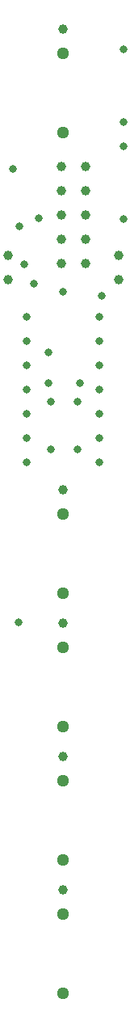
<source format=gbr>
%TF.GenerationSoftware,KiCad,Pcbnew,(6.0.1)*%
%TF.CreationDate,2022-12-13T16:24:18+02:00*%
%TF.ProjectId,BufferedMult3hp,42756666-6572-4656-944d-756c74336870,rev?*%
%TF.SameCoordinates,Original*%
%TF.FileFunction,Plated,1,2,PTH,Mixed*%
%TF.FilePolarity,Positive*%
%FSLAX46Y46*%
G04 Gerber Fmt 4.6, Leading zero omitted, Abs format (unit mm)*
G04 Created by KiCad (PCBNEW (6.0.1)) date 2022-12-13 16:24:18*
%MOMM*%
%LPD*%
G01*
G04 APERTURE LIST*
%TA.AperFunction,ViaDrill*%
%ADD10C,0.800000*%
%TD*%
%TA.AperFunction,ComponentDrill*%
%ADD11C,0.800000*%
%TD*%
%TA.AperFunction,ComponentDrill*%
%ADD12C,1.000000*%
%TD*%
G04 aperture for slot hole*
%TA.AperFunction,ComponentDrill*%
%ADD13O,1.300000X1.300000*%
%TD*%
G04 APERTURE END LIST*
D10*
X2840000Y-17320000D03*
X3440000Y-64820000D03*
X3540000Y-23320000D03*
X4040000Y-27320000D03*
X5040000Y-29320000D03*
X5580000Y-22463000D03*
X6596000Y-36560000D03*
X6596000Y-39735000D03*
X8120000Y-30210000D03*
X9898000Y-39735000D03*
X12188997Y-30595997D03*
D11*
%TO.C,U1*%
X4320000Y-32872000D03*
X4320000Y-35412000D03*
X4320000Y-37952000D03*
X4320000Y-40492000D03*
X4320000Y-43032000D03*
X4320000Y-45572000D03*
X4320000Y-48112000D03*
%TO.C,C1*%
X6850000Y-41680000D03*
X6850000Y-46680000D03*
%TO.C,C2*%
X9644000Y-41680000D03*
X9644000Y-46680000D03*
%TO.C,U1*%
X11940000Y-32872000D03*
X11940000Y-35412000D03*
X11940000Y-37952000D03*
X11940000Y-40492000D03*
X11940000Y-43032000D03*
X11940000Y-45572000D03*
X11940000Y-48112000D03*
%TO.C,R2*%
X14470000Y-4810000D03*
X14470000Y-12430000D03*
%TO.C,R1*%
X14470000Y-14970000D03*
X14470000Y-22590000D03*
D12*
%TO.C,J8*%
X2340000Y-26380000D03*
X2340000Y-28920000D03*
%TO.C,J6*%
X7988000Y-17124000D03*
X7988000Y-19664000D03*
X7988000Y-22204000D03*
X7988000Y-24744000D03*
X7988000Y-27284000D03*
%TO.C,J1*%
X8120000Y-2680000D03*
%TO.C,J2*%
X8120000Y-50940000D03*
%TO.C,J4*%
X8120000Y-64910000D03*
%TO.C,J3*%
X8120000Y-78880000D03*
%TO.C,J5*%
X8120000Y-92850000D03*
%TO.C,J6*%
X10528000Y-17124000D03*
X10528000Y-19664000D03*
X10528000Y-22204000D03*
X10528000Y-24744000D03*
X10528000Y-27284000D03*
%TO.C,J7*%
X13940000Y-26380000D03*
X13940000Y-28920000D03*
D13*
%TO.C,J1*%
X8120000Y-5240000D03*
X8120000Y-13540000D03*
%TO.C,J2*%
X8120000Y-53500000D03*
X8120000Y-61800000D03*
%TO.C,J4*%
X8120000Y-67470000D03*
X8120000Y-75770000D03*
%TO.C,J3*%
X8120000Y-81440000D03*
X8120000Y-89740000D03*
%TO.C,J5*%
X8120000Y-95410000D03*
X8120000Y-103710000D03*
M02*

</source>
